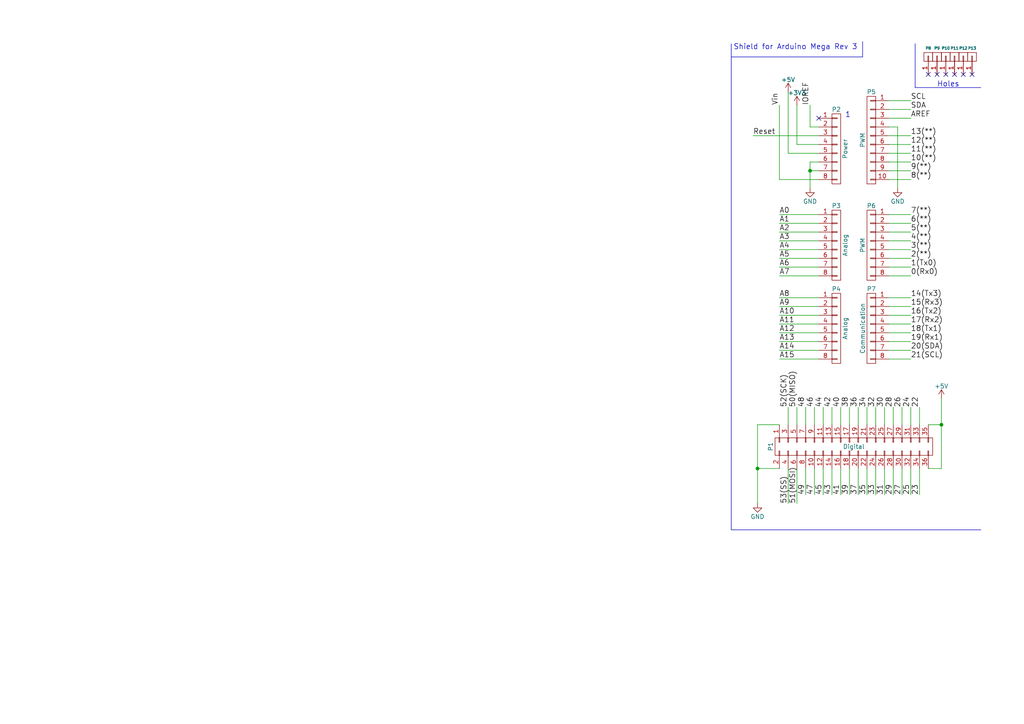
<source format=kicad_sch>
(kicad_sch (version 20230121) (generator eeschema)
  (paper "A4")
  (title_block (date "mar. 31 mars 2015"))
  (lib_symbols
    (symbol "Arduino_Mega-rescue:+3.3V" (power) (pin_names (offset 0))
      (property "Value" "+3.3V" (at 0 3.556 0))
      (symbol "+3.3V_0_1"
        (polyline (pts (xy -0.762 1.27) (xy 0 2.54)))
        (polyline (pts (xy 0 0) (xy 0 2.54)))
        (polyline (pts (xy 0 2.54) (xy 0.762 1.27)))
      )
      (symbol "+3.3V_1_1"
        (pin power_in line (at 0 0 90) (length 0) hide (name "+3V3") (number "1"))
      )
    )
    (symbol "Arduino_Mega-rescue:+5V" (power) (pin_names (offset 0))
      (property "Value" "+5V" (at 0 3.556 0))
      (symbol "+5V_0_1"
        (polyline (pts (xy -0.762 1.27) (xy 0 2.54)))
        (polyline (pts (xy 0 0) (xy 0 2.54)))
        (polyline (pts (xy 0 2.54) (xy 0.762 1.27)))
      )
      (symbol "+5V_1_1"
        (pin power_in line (at 0 0 90) (length 0) hide (name "+5V") (number "1"))
      )
    )
    (symbol "Arduino_Mega-rescue:CONN_01X01" (pin_names (offset 1.016) hide)
      (property "Reference" "P" (at 0 2.54 0))
      (property "Value" "CONN_01X01" (at 2.54 0 90))
      (symbol "CONN_01X01_0_1"
        (rectangle (start -1.27 0.127) (end 0.254 -0.127))
        (rectangle (start -1.27 1.27) (end 1.27 -1.27))
      )
      (symbol "CONN_01X01_1_1"
        (pin passive line (at -5.08 0 0) (length 3.81) (name "P1") (number "1"))
      )
    )
    (symbol "Arduino_Mega-rescue:CONN_01X08" (pin_names (offset 1.016) hide)
      (property "Reference" "P" (at 0 11.43 0))
      (property "Value" "CONN_01X08" (at 2.54 0 90))
      (symbol "CONN_01X08_0_1"
        (rectangle (start -1.27 -10.16) (end 1.27 10.16))
        (rectangle (start -1.27 -8.763) (end 0.254 -9.017))
        (rectangle (start -1.27 -6.223) (end 0.254 -6.477))
        (rectangle (start -1.27 -3.683) (end 0.254 -3.937))
        (rectangle (start -1.27 -1.143) (end 0.254 -1.397))
        (rectangle (start -1.27 1.397) (end 0.254 1.143))
        (rectangle (start -1.27 3.937) (end 0.254 3.683))
        (rectangle (start -1.27 6.477) (end 0.254 6.223))
        (rectangle (start -1.27 9.017) (end 0.254 8.763))
      )
      (symbol "CONN_01X08_1_1"
        (pin passive line (at -5.08 8.89 0) (length 3.81) (name "P1") (number "1"))
        (pin passive line (at -5.08 6.35 0) (length 3.81) (name "P2") (number "2"))
        (pin passive line (at -5.08 3.81 0) (length 3.81) (name "P3") (number "3"))
        (pin passive line (at -5.08 1.27 0) (length 3.81) (name "P4") (number "4"))
        (pin passive line (at -5.08 -1.27 0) (length 3.81) (name "P5") (number "5"))
        (pin passive line (at -5.08 -3.81 0) (length 3.81) (name "P6") (number "6"))
        (pin passive line (at -5.08 -6.35 0) (length 3.81) (name "P7") (number "7"))
        (pin passive line (at -5.08 -8.89 0) (length 3.81) (name "P8") (number "8"))
      )
    )
    (symbol "Arduino_Mega-rescue:CONN_01X10" (pin_names (offset 1.016) hide)
      (property "Reference" "P" (at 0 13.97 0))
      (property "Value" "CONN_01X10" (at 2.54 0 90))
      (symbol "CONN_01X10_0_1"
        (rectangle (start -1.27 -11.303) (end 0.254 -11.557))
        (rectangle (start -1.27 -8.763) (end 0.254 -9.017))
        (rectangle (start -1.27 -6.223) (end 0.254 -6.477))
        (rectangle (start -1.27 -3.683) (end 0.254 -3.937))
        (rectangle (start -1.27 -1.143) (end 0.254 -1.397))
        (rectangle (start -1.27 1.397) (end 0.254 1.143))
        (rectangle (start -1.27 3.937) (end 0.254 3.683))
        (rectangle (start -1.27 6.477) (end 0.254 6.223))
        (rectangle (start -1.27 9.017) (end 0.254 8.763))
        (rectangle (start -1.27 11.557) (end 0.254 11.303))
        (rectangle (start -1.27 12.7) (end 1.27 -12.7))
      )
      (symbol "CONN_01X10_1_1"
        (pin passive line (at -5.08 11.43 0) (length 3.81) (name "P1") (number "1"))
        (pin passive line (at -5.08 -11.43 0) (length 3.81) (name "P10") (number "10"))
        (pin passive line (at -5.08 8.89 0) (length 3.81) (name "P2") (number "2"))
        (pin passive line (at -5.08 6.35 0) (length 3.81) (name "P3") (number "3"))
        (pin passive line (at -5.08 3.81 0) (length 3.81) (name "P4") (number "4"))
        (pin passive line (at -5.08 1.27 0) (length 3.81) (name "P5") (number "5"))
        (pin passive line (at -5.08 -1.27 0) (length 3.81) (name "P6") (number "6"))
        (pin passive line (at -5.08 -3.81 0) (length 3.81) (name "P7") (number "7"))
        (pin passive line (at -5.08 -6.35 0) (length 3.81) (name "P8") (number "8"))
        (pin passive line (at -5.08 -8.89 0) (length 3.81) (name "P9") (number "9"))
      )
    )
    (symbol "Arduino_Mega-rescue:CONN_02X18" (pin_names (offset 0.0254) hide)
      (property "Reference" "P" (at 0 24.13 0))
      (property "Value" "CONN_02X18" (at 0 0 90))
      (symbol "CONN_02X18_0_1"
        (rectangle (start -2.54 -21.463) (end -1.27 -21.717))
        (rectangle (start -2.54 -18.923) (end -1.27 -19.177))
        (rectangle (start -2.54 -16.383) (end -1.27 -16.637))
        (rectangle (start -2.54 -13.843) (end -1.27 -14.097))
        (rectangle (start -2.54 -11.303) (end -1.27 -11.557))
        (rectangle (start -2.54 -8.763) (end -1.27 -9.017))
        (rectangle (start -2.54 -6.223) (end -1.27 -6.477))
        (rectangle (start -2.54 -3.683) (end -1.27 -3.937))
        (rectangle (start -2.54 -1.143) (end -1.27 -1.397))
        (rectangle (start -2.54 1.397) (end -1.27 1.143))
        (rectangle (start -2.54 3.937) (end -1.27 3.683))
        (rectangle (start -2.54 6.477) (end -1.27 6.223))
        (rectangle (start -2.54 9.017) (end -1.27 8.763))
        (rectangle (start -2.54 11.557) (end -1.27 11.303))
        (rectangle (start -2.54 14.097) (end -1.27 13.843))
        (rectangle (start -2.54 16.637) (end -1.27 16.383))
        (rectangle (start -2.54 19.177) (end -1.27 18.923))
        (rectangle (start -2.54 21.717) (end -1.27 21.463))
        (rectangle (start -2.54 22.86) (end 2.54 -22.86))
        (rectangle (start 1.27 -21.463) (end 2.54 -21.717))
        (rectangle (start 1.27 -18.923) (end 2.54 -19.177))
        (rectangle (start 1.27 -16.383) (end 2.54 -16.637))
        (rectangle (start 1.27 -13.843) (end 2.54 -14.097))
        (rectangle (start 1.27 -11.303) (end 2.54 -11.557))
        (rectangle (start 1.27 -8.763) (end 2.54 -9.017))
        (rectangle (start 1.27 -6.223) (end 2.54 -6.477))
        (rectangle (start 1.27 -3.683) (end 2.54 -3.937))
        (rectangle (start 1.27 -1.143) (end 2.54 -1.397))
        (rectangle (start 1.27 1.397) (end 2.54 1.143))
        (rectangle (start 1.27 3.937) (end 2.54 3.683))
        (rectangle (start 1.27 6.477) (end 2.54 6.223))
        (rectangle (start 1.27 9.017) (end 2.54 8.763))
        (rectangle (start 1.27 11.557) (end 2.54 11.303))
        (rectangle (start 1.27 14.097) (end 2.54 13.843))
        (rectangle (start 1.27 16.637) (end 2.54 16.383))
        (rectangle (start 1.27 19.177) (end 2.54 18.923))
        (rectangle (start 1.27 21.717) (end 2.54 21.463))
      )
      (symbol "CONN_02X18_1_1"
        (pin passive line (at -6.35 21.59 0) (length 3.81) (name "P1") (number "1"))
        (pin passive line (at 6.35 11.43 180) (length 3.81) (name "P10") (number "10"))
        (pin passive line (at -6.35 8.89 0) (length 3.81) (name "P11") (number "11"))
        (pin passive line (at 6.35 8.89 180) (length 3.81) (name "P12") (number "12"))
        (pin passive line (at -6.35 6.35 0) (length 3.81) (name "P13") (number "13"))
        (pin passive line (at 6.35 6.35 180) (length 3.81) (name "P14") (number "14"))
        (pin passive line (at -6.35 3.81 0) (length 3.81) (name "P15") (number "15"))
        (pin passive line (at 6.35 3.81 180) (length 3.81) (name "P16") (number "16"))
        (pin passive line (at -6.35 1.27 0) (length 3.81) (name "P17") (number "17"))
        (pin passive line (at 6.35 1.27 180) (length 3.81) (name "P18") (number "18"))
        (pin passive line (at -6.35 -1.27 0) (length 3.81) (name "P19") (number "19"))
        (pin passive line (at 6.35 21.59 180) (length 3.81) (name "P2") (number "2"))
        (pin passive line (at 6.35 -1.27 180) (length 3.81) (name "P20") (number "20"))
        (pin passive line (at -6.35 -3.81 0) (length 3.81) (name "P21") (number "21"))
        (pin passive line (at 6.35 -3.81 180) (length 3.81) (name "P22") (number "22"))
        (pin passive line (at -6.35 -6.35 0) (length 3.81) (name "P23") (number "23"))
        (pin passive line (at 6.35 -6.35 180) (length 3.81) (name "P24") (number "24"))
        (pin passive line (at -6.35 -8.89 0) (length 3.81) (name "P25") (number "25"))
        (pin passive line (at 6.35 -8.89 180) (length 3.81) (name "P26") (number "26"))
        (pin passive line (at -6.35 -11.43 0) (length 3.81) (name "P27") (number "27"))
        (pin passive line (at 6.35 -11.43 180) (length 3.81) (name "P28") (number "28"))
        (pin passive line (at -6.35 -13.97 0) (length 3.81) (name "P29") (number "29"))
        (pin passive line (at -6.35 19.05 0) (length 3.81) (name "P3") (number "3"))
        (pin passive line (at 6.35 -13.97 180) (length 3.81) (name "P30") (number "30"))
        (pin passive line (at -6.35 -16.51 0) (length 3.81) (name "P31") (number "31"))
        (pin passive line (at 6.35 -16.51 180) (length 3.81) (name "P32") (number "32"))
        (pin passive line (at -6.35 -19.05 0) (length 3.81) (name "P33") (number "33"))
        (pin passive line (at 6.35 -19.05 180) (length 3.81) (name "P34") (number "34"))
        (pin passive line (at -6.35 -21.59 0) (length 3.81) (name "P35") (number "35"))
        (pin passive line (at 6.35 -21.59 180) (length 3.81) (name "P36") (number "36"))
        (pin passive line (at 6.35 19.05 180) (length 3.81) (name "P4") (number "4"))
        (pin passive line (at -6.35 16.51 0) (length 3.81) (name "P5") (number "5"))
        (pin passive line (at 6.35 16.51 180) (length 3.81) (name "P6") (number "6"))
        (pin passive line (at -6.35 13.97 0) (length 3.81) (name "P7") (number "7"))
        (pin passive line (at 6.35 13.97 180) (length 3.81) (name "P8") (number "8"))
        (pin passive line (at -6.35 11.43 0) (length 3.81) (name "P9") (number "9"))
      )
    )
    (symbol "Arduino_Mega-rescue:GND" (power) (pin_names (offset 0))
      (property "Value" "GND" (at 0 -3.81 0))
      (symbol "GND_0_1"
        (polyline (pts (xy 0 0) (xy 0 -1.27) (xy 1.27 -1.27) (xy 0 -2.54) (xy -1.27 -1.27) (xy 0 -1.27)))
      )
      (symbol "GND_1_1"
        (pin power_in line (at 0 0 270) (length 0) hide (name "GND") (number "1"))
      )
    )
  )
  (junction (at 234.95 49.53))
  (junction (at 219.71 135.89))
  (junction (at 273.05 123.19))
  (no_connect (at 269.24 21.59))
  (no_connect (at 271.78 21.59))
  (no_connect (at 274.32 21.59))
  (no_connect (at 237.49 34.29))
  (no_connect (at 276.86 21.59))
  (no_connect (at 279.4 21.59))
  (no_connect (at 281.94 21.59))
  (wire (pts (xy 226.06 93.98) (xy 237.49 93.98)))
  (wire (pts (xy 226.06 104.14) (xy 237.49 104.14)))
  (wire (pts (xy 237.49 101.6) (xy 226.06 101.6)))
  (wire (pts (xy 236.22 123.19) (xy 236.22 118.11)))
  (wire (pts (xy 257.81 69.85) (xy 264.16 69.85)))
  (wire (pts (xy 226.06 74.93) (xy 237.49 74.93)))
  (wire (pts (xy 260.35 54.61) (xy 260.35 36.83)))
  (wire (pts (xy 264.16 72.39) (xy 257.81 72.39)))
  (wire (pts (xy 254 123.19) (xy 254 118.11)))
  (wire (pts (xy 256.54 135.89) (xy 256.54 143.51)))
  (wire (pts (xy 238.76 123.19) (xy 238.76 118.11)))
  (wire (pts (xy 234.95 36.83) (xy 234.95 30.48)))
  (wire (pts (xy 264.16 77.47) (xy 257.81 77.47)))
  (wire (pts (xy 231.14 41.91) (xy 237.49 41.91)))
  (wire (pts (xy 273.05 123.19) (xy 273.05 135.89)))
  (wire (pts (xy 257.81 34.29) (xy 264.16 34.29)))
  (wire (pts (xy 237.49 46.99) (xy 234.95 46.99)))
  (wire (pts (xy 219.71 123.19) (xy 219.71 135.89)))
  (wire (pts (xy 226.06 64.77) (xy 237.49 64.77)))
  (wire (pts (xy 257.81 74.93) (xy 264.16 74.93)))
  (wire (pts (xy 264.16 67.31) (xy 257.81 67.31)))
  (wire (pts (xy 237.49 36.83) (xy 234.95 36.83)))
  (wire (pts (xy 238.76 135.89) (xy 238.76 143.51)))
  (wire (pts (xy 228.6 26.67) (xy 228.6 44.45)))
  (wire (pts (xy 257.81 64.77) (xy 264.16 64.77)))
  (wire (pts (xy 264.16 86.36) (xy 257.81 86.36)))
  (wire (pts (xy 264.16 62.23) (xy 257.81 62.23)))
  (wire (pts (xy 236.22 135.89) (xy 236.22 143.51)))
  (wire (pts (xy 257.81 29.21) (xy 264.16 29.21)))
  (wire (pts (xy 246.38 123.19) (xy 246.38 118.11)))
  (polyline (pts (xy 250.19 16.51) (xy 250.19 12.065)))
  (polyline (pts (xy 212.09 16.51) (xy 250.19 16.51)))
  (wire (pts (xy 257.81 80.01) (xy 264.16 80.01)))
  (wire (pts (xy 251.46 123.19) (xy 251.46 118.11)))
  (wire (pts (xy 237.49 77.47) (xy 226.06 77.47)))
  (wire (pts (xy 266.7 135.89) (xy 266.7 143.51)))
  (wire (pts (xy 237.49 72.39) (xy 226.06 72.39)))
  (wire (pts (xy 226.06 123.19) (xy 219.71 123.19)))
  (wire (pts (xy 226.06 69.85) (xy 237.49 69.85)))
  (wire (pts (xy 257.81 44.45) (xy 264.16 44.45)))
  (wire (pts (xy 273.05 135.89) (xy 269.24 135.89)))
  (wire (pts (xy 248.92 135.89) (xy 248.92 143.51)))
  (wire (pts (xy 273.05 115.57) (xy 273.05 123.19)))
  (wire (pts (xy 234.95 49.53) (xy 234.95 54.61)))
  (wire (pts (xy 259.08 123.19) (xy 259.08 118.11)))
  (wire (pts (xy 259.08 135.89) (xy 259.08 143.51)))
  (wire (pts (xy 251.46 135.89) (xy 251.46 143.51)))
  (wire (pts (xy 257.81 88.9) (xy 264.16 88.9)))
  (wire (pts (xy 233.68 123.19) (xy 233.68 118.11)))
  (wire (pts (xy 226.06 135.89) (xy 219.71 135.89)))
  (wire (pts (xy 237.49 62.23) (xy 226.06 62.23)))
  (wire (pts (xy 264.16 96.52) (xy 257.81 96.52)))
  (wire (pts (xy 226.06 80.01) (xy 237.49 80.01)))
  (wire (pts (xy 237.49 49.53) (xy 234.95 49.53)))
  (wire (pts (xy 226.06 88.9) (xy 237.49 88.9)))
  (wire (pts (xy 257.81 39.37) (xy 264.16 39.37)))
  (wire (pts (xy 243.84 123.19) (xy 243.84 118.11)))
  (wire (pts (xy 264.16 101.6) (xy 257.81 101.6)))
  (wire (pts (xy 243.84 135.89) (xy 243.84 143.51)))
  (wire (pts (xy 241.3 123.19) (xy 241.3 118.11)))
  (wire (pts (xy 264.16 49.53) (xy 257.81 49.53)))
  (wire (pts (xy 256.54 123.19) (xy 256.54 118.11)))
  (polyline (pts (xy 284.48 25.4) (xy 265.43 25.4)))
  (wire (pts (xy 257.81 46.99) (xy 264.16 46.99)))
  (wire (pts (xy 218.44 39.37) (xy 237.49 39.37)))
  (wire (pts (xy 237.49 96.52) (xy 226.06 96.52)))
  (wire (pts (xy 228.6 135.89) (xy 228.6 146.05)))
  (wire (pts (xy 261.62 123.19) (xy 261.62 118.11)))
  (polyline (pts (xy 212.09 153.67) (xy 212.09 12.7)))
  (wire (pts (xy 226.06 99.06) (xy 237.49 99.06)))
  (wire (pts (xy 234.95 46.99) (xy 234.95 49.53)))
  (wire (pts (xy 264.16 31.75) (xy 257.81 31.75)))
  (wire (pts (xy 260.35 36.83) (xy 257.81 36.83)))
  (wire (pts (xy 237.49 67.31) (xy 226.06 67.31)))
  (wire (pts (xy 264.16 91.44) (xy 257.81 91.44)))
  (wire (pts (xy 261.62 135.89) (xy 261.62 143.51)))
  (wire (pts (xy 219.71 135.89) (xy 219.71 146.05)))
  (wire (pts (xy 231.14 123.19) (xy 231.14 118.11)))
  (wire (pts (xy 241.3 135.89) (xy 241.3 143.51)))
  (wire (pts (xy 231.14 30.48) (xy 231.14 41.91)))
  (wire (pts (xy 257.81 104.14) (xy 264.16 104.14)))
  (wire (pts (xy 228.6 44.45) (xy 237.49 44.45)))
  (wire (pts (xy 264.16 41.91) (xy 257.81 41.91)))
  (wire (pts (xy 228.6 123.19) (xy 228.6 118.11)))
  (polyline (pts (xy 284.48 153.67) (xy 212.09 153.67)))
  (wire (pts (xy 237.49 52.07) (xy 226.06 52.07)))
  (wire (pts (xy 266.7 123.19) (xy 266.7 118.11)))
  (polyline (pts (xy 265.43 25.4) (xy 265.43 12.7)))
  (wire (pts (xy 257.81 93.98) (xy 264.16 93.98)))
  (wire (pts (xy 264.16 135.89) (xy 264.16 143.51)))
  (wire (pts (xy 237.49 86.36) (xy 226.06 86.36)))
  (wire (pts (xy 237.49 91.44) (xy 226.06 91.44)))
  (wire (pts (xy 257.81 52.07) (xy 264.16 52.07)))
  (wire (pts (xy 264.16 123.19) (xy 264.16 118.11)))
  (wire (pts (xy 254 135.89) (xy 254 143.51)))
  (wire (pts (xy 233.68 135.89) (xy 233.68 143.51)))
  (wire (pts (xy 246.38 135.89) (xy 246.38 143.51)))
  (wire (pts (xy 226.06 52.07) (xy 226.06 30.48)))
  (wire (pts (xy 257.81 99.06) (xy 264.16 99.06)))
  (wire (pts (xy 248.92 123.19) (xy 248.92 118.11)))
  (wire (pts (xy 273.05 123.19) (xy 269.24 123.19)))
  (wire (pts (xy 231.14 135.89) (xy 231.14 146.05)))
  (text "Shield for Arduino Mega Rev 3" (at 212.725 14.605 0) (effects (font (size 1.524 1.524)) (justify left bottom)))
  (text "1" (at 245.11 34.29 0) (effects (font (size 1.524 1.524)) (justify left bottom)))
  (text "Holes" (at 271.78 25.4 0) (effects (font (size 1.524 1.524)) (justify left bottom)))
  (label "51(MOSI)" (at 231.14 146.05 90) (effects (font (size 1.524 1.524))))
  (label "SDA" (at 264.16 31.75 0) (effects (font (size 1.524 1.524))))
  (label "42" (at 241.3 118.11 90) (effects (font (size 1.524 1.524))))
  (label "53(SS)" (at 228.6 146.05 90) (effects (font (size 1.524 1.524))))
  (label "A0" (at 226.06 62.23 0) (effects (font (size 1.524 1.524))))
  (label "34" (at 251.46 118.11 90) (effects (font (size 1.524 1.524))))
  (label "14(Tx3)" (at 264.16 86.36 0) (effects (font (size 1.524 1.524))))
  (label "12(**)" (at 264.16 41.91 0) (effects (font (size 1.524 1.524))))
  (label "5(**)" (at 264.16 67.31 0) (effects (font (size 1.524 1.524))))
  (label "32" (at 254 118.11 90) (effects (font (size 1.524 1.524))))
  (label "18(Tx1)" (at 264.16 96.52 0) (effects (font (size 1.524 1.524))))
  (label "IOREF" (at 234.95 30.48 90) (effects (font (size 1.524 1.524))))
  (label "46" (at 236.22 118.11 90) (effects (font (size 1.524 1.524))))
  (label "A6" (at 226.06 77.47 0) (effects (font (size 1.524 1.524))))
  (label "AREF" (at 264.16 34.29 0) (effects (font (size 1.524 1.524))))
  (label "25" (at 264.16 143.51 90) (effects (font (size 1.524 1.524))))
  (label "2(**)" (at 264.16 74.93 0) (effects (font (size 1.524 1.524))))
  (label "36" (at 248.92 118.11 90) (effects (font (size 1.524 1.524))))
  (label "28" (at 259.08 118.11 90) (effects (font (size 1.524 1.524))))
  (label "26" (at 261.62 118.11 90) (effects (font (size 1.524 1.524))))
  (label "49" (at 233.68 143.51 90) (effects (font (size 1.524 1.524))))
  (label "11(**)" (at 264.16 44.45 0) (effects (font (size 1.524 1.524))))
  (label "A12" (at 226.06 96.52 0) (effects (font (size 1.524 1.524))))
  (label "41" (at 243.84 143.51 90) (effects (font (size 1.524 1.524))))
  (label "20(SDA)" (at 264.16 101.6 0) (effects (font (size 1.524 1.524))))
  (label "A3" (at 226.06 69.85 0) (effects (font (size 1.524 1.524))))
  (label "21(SCL)" (at 264.16 104.14 0) (effects (font (size 1.524 1.524))))
  (label "50(MISO)" (at 231.14 118.11 90) (effects (font (size 1.524 1.524))))
  (label "A7" (at 226.06 80.01 0) (effects (font (size 1.524 1.524))))
  (label "33" (at 254 143.51 90) (effects (font (size 1.524 1.524))))
  (label "A2" (at 226.06 67.31 0) (effects (font (size 1.524 1.524))))
  (label "A8" (at 226.06 86.36 0) (effects (font (size 1.524 1.524))))
  (label "31" (at 256.54 143.51 90) (effects (font (size 1.524 1.524))))
  (label "7(**)" (at 264.16 62.23 0) (effects (font (size 1.524 1.524))))
  (label "A13" (at 226.06 99.06 0) (effects (font (size 1.524 1.524))))
  (label "A10" (at 226.06 91.44 0) (effects (font (size 1.524 1.524))))
  (label "9(**)" (at 264.16 49.53 0) (effects (font (size 1.524 1.524))))
  (label "A9" (at 226.06 88.9 0) (effects (font (size 1.524 1.524))))
  (label "29" (at 259.08 143.51 90) (effects (font (size 1.524 1.524))))
  (label "15(Rx3)" (at 264.16 88.9 0) (effects (font (size 1.524 1.524))))
  (label "8(**)" (at 264.16 52.07 0) (effects (font (size 1.524 1.524))))
  (label "Vin" (at 226.06 30.48 90) (effects (font (size 1.524 1.524))))
  (label "44" (at 238.76 118.11 90) (effects (font (size 1.524 1.524))))
  (label "47" (at 236.22 143.51 90) (effects (font (size 1.524 1.524))))
  (label "45" (at 238.76 143.51 90) (effects (font (size 1.524 1.524))))
  (label "A1" (at 226.06 64.77 0) (effects (font (size 1.524 1.524))))
  (label "A15" (at 226.06 104.14 0) (effects (font (size 1.524 1.524))))
  (label "17(Rx2)" (at 264.16 93.98 0) (effects (font (size 1.524 1.524))))
  (label "35" (at 251.46 143.51 90) (effects (font (size 1.524 1.524))))
  (label "10(**)" (at 264.16 46.99 0) (effects (font (size 1.524 1.524))))
  (label "24" (at 264.16 118.11 90) (effects (font (size 1.524 1.524))))
  (label "19(Rx1)" (at 264.16 99.06 0) (effects (font (size 1.524 1.524))))
  (label "40" (at 243.84 118.11 90) (effects (font (size 1.524 1.524))))
  (label "Reset" (at 218.44 39.37 0) (effects (font (size 1.524 1.524))))
  (label "13(**)" (at 264.16 39.37 0) (effects (font (size 1.524 1.524))))
  (label "23" (at 266.7 143.51 90) (effects (font (size 1.524 1.524))))
  (label "38" (at 246.38 118.11 90) (effects (font (size 1.524 1.524))))
  (label "16(Tx2)" (at 264.16 91.44 0) (effects (font (size 1.524 1.524))))
  (label "A14" (at 226.06 101.6 0) (effects (font (size 1.524 1.524))))
  (label "A4" (at 226.06 72.39 0) (effects (font (size 1.524 1.524))))
  (label "1(Tx0)" (at 264.16 77.47 0) (effects (font (size 1.524 1.524))))
  (label "52(SCK)" (at 228.6 118.11 90) (effects (font (size 1.524 1.524))))
  (label "A5" (at 226.06 74.93 0) (effects (font (size 1.524 1.524))))
  (label "48" (at 233.68 118.11 90) (effects (font (size 1.524 1.524))))
  (label "43" (at 241.3 143.51 90) (effects (font (size 1.524 1.524))))
  (label "3(**)" (at 264.16 72.39 0) (effects (font (size 1.524 1.524))))
  (label "6(**)" (at 264.16 64.77 0) (effects (font (size 1.524 1.524))))
  (label "4(**)" (at 264.16 69.85 0) (effects (font (size 1.524 1.524))))
  (label "30" (at 256.54 118.11 90) (effects (font (size 1.524 1.524))))
  (label "37" (at 248.92 143.51 90) (effects (font (size 1.524 1.524))))
  (label "A11" (at 226.06 93.98 0) (effects (font (size 1.524 1.524))))
  (label "39" (at 246.38 143.51 90) (effects (font (size 1.524 1.524))))
  (label "SCL" (at 264.16 29.21 0) (effects (font (size 1.524 1.524))))
  (label "27" (at 261.62 143.51 90) (effects (font (size 1.524 1.524))))
  (label "0(Rx0)" (at 264.16 80.01 0) (effects (font (size 1.524 1.524))))
  (label "22" (at 266.7 118.11 90) (effects (font (size 1.524 1.524))))
  (symbol (lib_id "Arduino_Mega-rescue:CONN_01X01") (at 269.24 16.51 90) (unit 1)
    (property "Reference" "P8" (at 269.24 13.97 90) (effects (font (size 0.7874 0.7874))))
    (property "Value" "CONN_01X01" (effects hide))
    (property "Footprint" "Socket_Arduino_Mega:Arduino_1pin" (effects hide))
  )
  (symbol (lib_id "Arduino_Mega-rescue:CONN_01X01") (at 271.78 16.51 90) (unit 1)
    (property "Reference" "P9" (at 271.78 13.97 90) (effects (font (size 0.7874 0.7874))))
    (property "Value" "CONN_01X01" (effects hide))
    (property "Footprint" "Socket_Arduino_Mega:Arduino_1pin" (effects hide))
  )
  (symbol (lib_id "Arduino_Mega-rescue:CONN_01X01") (at 274.32 16.51 90) (unit 1)
    (property "Reference" "P10" (at 274.32 13.97 90) (effects (font (size 0.7874 0.7874))))
    (property "Value" "CONN_01X01" (effects hide))
    (property "Footprint" "Socket_Arduino_Mega:Arduino_1pin" (effects hide))
  )
  (symbol (lib_id "Arduino_Mega-rescue:CONN_01X01") (at 276.86 16.51 90) (unit 1)
    (property "Reference" "P11" (at 276.86 13.97 90) (effects (font (size 0.7874 0.7874))))
    (property "Value" "CONN_01X01" (effects hide))
    (property "Footprint" "Socket_Arduino_Mega:Arduino_1pin" (effects hide))
  )
  (symbol (lib_id "Arduino_Mega-rescue:CONN_01X01") (at 279.4 16.51 90) (unit 1)
    (property "Reference" "P12" (at 279.4 13.97 90) (effects (font (size 0.7874 0.7874))))
    (property "Value" "CONN_01X01" (effects hide))
    (property "Footprint" "Socket_Arduino_Mega:Arduino_1pin" (effects hide))
  )
  (symbol (lib_id "Arduino_Mega-rescue:CONN_01X01") (at 281.94 16.51 90) (unit 1)
    (property "Reference" "P13" (at 281.94 13.97 90) (effects (font (size 0.7874 0.7874))))
    (property "Value" "CONN_01X01" (effects hide))
    (property "Footprint" "Socket_Arduino_Mega:Arduino_1pin" (effects hide))
  )
  (symbol (lib_id "Arduino_Mega-rescue:CONN_01X08") (at 242.57 43.18 0) (unit 1)
    (property "Reference" "P2" (at 242.57 31.75 0))
    (property "Value" "Power" (at 245.11 43.18 90))
    (property "Footprint" "Socket_Arduino_Mega:Socket_Strip_Arduino_1x08" (effects hide))
  )
  (symbol (lib_id "Arduino_Mega-rescue:+3.3V") (at 231.14 30.48 0) (unit 1)
    (property "Reference" "#PWR01" (effects hide))
    (property "Value" "+3.3V" (at 231.14 26.924 0))
  )
  (symbol (lib_id "Arduino_Mega-rescue:+5V") (at 228.6 26.67 0) (unit 1)
    (property "Reference" "#PWR02" (effects hide))
    (property "Value" "+5V" (at 228.6 23.114 0))
  )
  (symbol (lib_id "Arduino_Mega-rescue:GND") (at 234.95 54.61 0) (unit 1)
    (property "Reference" "#PWR03" (effects hide))
    (property "Value" "GND" (at 234.95 58.42 0))
  )
  (symbol (lib_id "Arduino_Mega-rescue:CONN_01X10") (at 252.73 40.64 0) (mirror y) (unit 1)
    (property "Reference" "P5" (at 252.73 26.67 0))
    (property "Value" "PWM" (at 250.19 40.64 90))
    (property "Footprint" "Socket_Arduino_Mega:Socket_Strip_Arduino_1x10" (effects hide))
  )
  (symbol (lib_id "Arduino_Mega-rescue:GND") (at 260.35 54.61 0) (unit 1)
    (property "Reference" "#PWR04" (effects hide))
    (property "Value" "GND" (at 260.35 58.42 0))
  )
  (symbol (lib_id "Arduino_Mega-rescue:CONN_01X08") (at 242.57 71.12 0) (unit 1)
    (property "Reference" "P3" (at 242.57 59.69 0))
    (property "Value" "Analog" (at 245.11 71.12 90))
    (property "Footprint" "Socket_Arduino_Mega:Socket_Strip_Arduino_1x08" (effects hide))
  )
  (symbol (lib_id "Arduino_Mega-rescue:CONN_01X08") (at 252.73 71.12 0) (mirror y) (unit 1)
    (property "Reference" "P6" (at 252.73 59.69 0))
    (property "Value" "PWM" (at 250.19 71.12 90))
    (property "Footprint" "Socket_Arduino_Mega:Socket_Strip_Arduino_1x08" (effects hide))
  )
  (symbol (lib_id "Arduino_Mega-rescue:CONN_01X08") (at 242.57 95.25 0) (unit 1)
    (property "Reference" "P4" (at 242.57 83.82 0))
    (property "Value" "Analog" (at 245.11 95.25 90))
    (property "Footprint" "Socket_Arduino_Mega:Socket_Strip_Arduino_1x08" (effects hide))
  )
  (symbol (lib_id "Arduino_Mega-rescue:CONN_01X08") (at 252.73 95.25 0) (mirror y) (unit 1)
    (property "Reference" "P7" (at 252.73 83.82 0))
    (property "Value" "Communication" (at 250.19 95.25 90))
    (property "Footprint" "Socket_Arduino_Mega:Socket_Strip_Arduino_1x08" (effects hide))
  )
  (symbol (lib_id "Arduino_Mega-rescue:CONN_02X18") (at 247.65 129.54 90) (mirror x) (unit 1)
    (property "Reference" "P1" (at 223.52 129.54 0))
    (property "Value" "Digital" (at 247.65 129.54 90))
    (property "Footprint" "Socket_Arduino_Mega:Socket_Strip_Arduino_2x18" (effects hide))
  )
  (symbol (lib_id "Arduino_Mega-rescue:GND") (at 219.71 146.05 0) (unit 1)
    (property "Reference" "#PWR05" (effects hide))
    (property "Value" "GND" (at 219.71 149.86 0))
  )
  (symbol (lib_id "Arduino_Mega-rescue:+5V") (at 273.05 115.57 0) (unit 1)
    (property "Reference" "#PWR06" (effects hide))
    (property "Value" "+5V" (at 273.05 112.014 0))
  )
)
</source>
